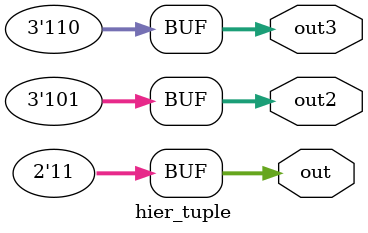
<source format=v>
module hier_tuple (
  output [1:0] out,
  output [2:0] out2,
  output [2:0] out3
);

assign out  = 2'd3;
assign out2 = 3'd5;
assign out3 = 3'd6;

endmodule 

</source>
